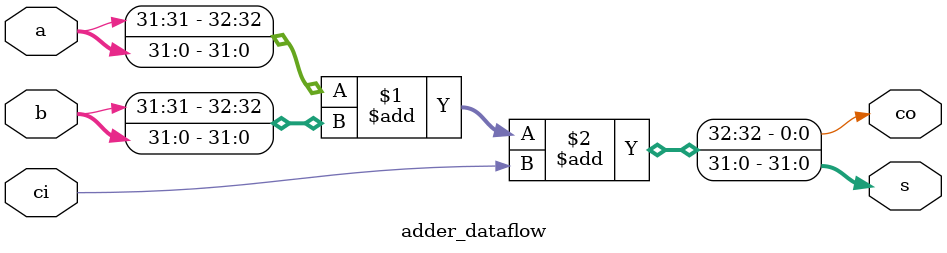
<source format=v>

module adder_dataflow #(
    parameter WIDTH = 32                    
)(
    output [WIDTH-1:0] s,                  
    output             co,  
    input signed [WIDTH-1:0] a, b,               
    input              ci
); 
    assign {co, s} = {a[WIDTH-1], a} + {b[WIDTH-1], b} + ci;
endmodule
</source>
